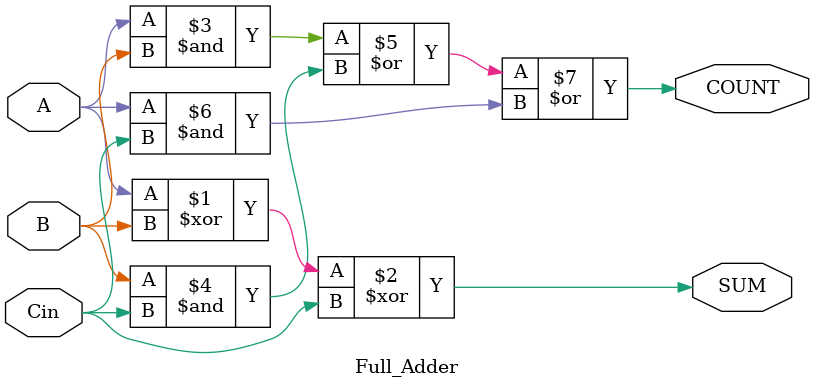
<source format=v>
module Full_Adder(
    input A,
    input B,
    input Cin,
    output SUM,
    output COUNT
);

// Logic for the Full Adder
assign SUM = A^B^Cin; // SUM = A XOR B XOR Cin
assign COUNT = (A&B) | (B&Cin) | (A&Cin); // COUNT = A AND B OR B AND Cin OR A AND Cin

endmodule
</source>
